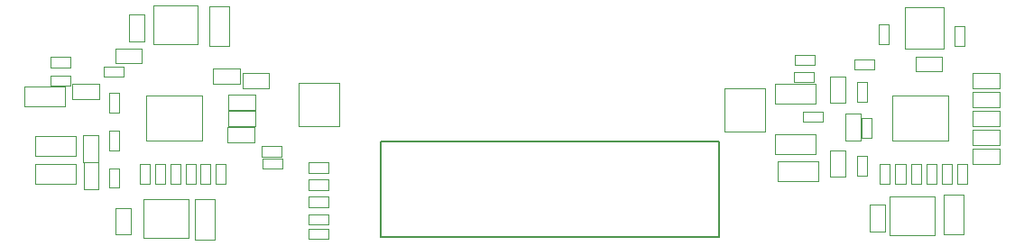
<source format=gbr>
G04 #@! TF.GenerationSoftware,KiCad,Pcbnew,5.0.2+dfsg1-1~bpo9+1*
G04 #@! TF.CreationDate,2019-10-09T09:51:36+02:00*
G04 #@! TF.ProjectId,OV9281-Dual-Camera-Board-Rev.1.1,4f563932-3831-42d4-9475-616c2d43616d,rev?*
G04 #@! TF.SameCoordinates,Original*
G04 #@! TF.FileFunction,Other,User*
%FSLAX46Y46*%
G04 Gerber Fmt 4.6, Leading zero omitted, Abs format (unit mm)*
G04 Created by KiCad (PCBNEW 5.0.2+dfsg1-1~bpo9+1) date Wed 09 Oct 2019 09:51:36 AM CEST*
%MOMM*%
%LPD*%
G01*
G04 APERTURE LIST*
%ADD10C,0.150000*%
%ADD11C,0.050000*%
G04 APERTURE END LIST*
D10*
G04 #@! TO.C,J3*
X165850000Y-114700000D02*
X134150000Y-114700000D01*
X165850000Y-123700000D02*
X165850000Y-114700000D01*
X134150000Y-123700000D02*
X165850000Y-123700000D01*
X134150000Y-114700000D02*
X134150000Y-123700000D01*
D11*
G04 #@! TO.C,R12*
X175630000Y-111940000D02*
X175630000Y-112880000D01*
X175630000Y-112880000D02*
X173770000Y-112880000D01*
X173770000Y-112880000D02*
X173770000Y-111940000D01*
X173770000Y-111940000D02*
X175630000Y-111940000D01*
G04 #@! TO.C,R22*
X124860000Y-116130000D02*
X123000000Y-116130000D01*
X124860000Y-115190000D02*
X124860000Y-116130000D01*
X123000000Y-115190000D02*
X124860000Y-115190000D01*
X123000000Y-116130000D02*
X123000000Y-115190000D01*
G04 #@! TO.C,R6*
X124870000Y-116330000D02*
X124870000Y-117270000D01*
X124870000Y-117270000D02*
X123010000Y-117270000D01*
X123010000Y-117270000D02*
X123010000Y-116330000D01*
X123010000Y-116330000D02*
X124870000Y-116330000D01*
G04 #@! TO.C,IC1*
X111906000Y-123799000D02*
X111906000Y-120149000D01*
X111906000Y-120149000D02*
X116106000Y-120149000D01*
X116106000Y-120149000D02*
X116106000Y-123799000D01*
X116106000Y-123799000D02*
X111906000Y-123799000D01*
G04 #@! TO.C,C3*
X188808000Y-123490000D02*
X186948000Y-123490000D01*
X188808000Y-119690000D02*
X186948000Y-119690000D01*
X186948000Y-123490000D02*
X186948000Y-119690000D01*
X188808000Y-123490000D02*
X188808000Y-119690000D01*
G04 #@! TO.C,C1*
X116726000Y-120174000D02*
X118586000Y-120174000D01*
X116726000Y-123974000D02*
X118586000Y-123974000D01*
X118586000Y-120174000D02*
X118586000Y-123974000D01*
X116726000Y-120174000D02*
X116726000Y-123974000D01*
G04 #@! TO.C,C2*
X118064000Y-101994000D02*
X119924000Y-101994000D01*
X118064000Y-105794000D02*
X119924000Y-105794000D01*
X119924000Y-101994000D02*
X119924000Y-105794000D01*
X118064000Y-101994000D02*
X118064000Y-105794000D01*
G04 #@! TO.C,C6*
X181438000Y-123190000D02*
X180018000Y-123190000D01*
X181438000Y-120830000D02*
X181438000Y-123050000D01*
X180018000Y-120690000D02*
X181438000Y-120690000D01*
X180018000Y-123050000D02*
X180018000Y-120830000D01*
X181438000Y-123050000D02*
X181438000Y-123190000D01*
X180018000Y-123050000D02*
X180018000Y-123190000D01*
X180018000Y-120830000D02*
X180018000Y-120690000D01*
X181438000Y-120830000D02*
X181438000Y-120690000D01*
G04 #@! TO.C,C5*
X111977797Y-105290280D02*
X110557797Y-105290280D01*
X111977797Y-102930280D02*
X111977797Y-105150280D01*
X110557797Y-102790280D02*
X111977797Y-102790280D01*
X110557797Y-105150280D02*
X110557797Y-102930280D01*
X111977797Y-105150280D02*
X111977797Y-105290280D01*
X110557797Y-105150280D02*
X110557797Y-105290280D01*
X110557797Y-102930280D02*
X110557797Y-102790280D01*
X111977797Y-102930280D02*
X111977797Y-102790280D01*
G04 #@! TO.C,C4*
X110666000Y-123474000D02*
X109246000Y-123474000D01*
X110666000Y-121114000D02*
X110666000Y-123334000D01*
X109246000Y-120974000D02*
X110666000Y-120974000D01*
X109246000Y-123334000D02*
X109246000Y-121114000D01*
X110666000Y-123334000D02*
X110666000Y-123474000D01*
X109246000Y-123334000D02*
X109246000Y-123474000D01*
X109246000Y-121114000D02*
X109246000Y-120974000D01*
X110666000Y-121114000D02*
X110666000Y-120974000D01*
G04 #@! TO.C,IC3*
X181928000Y-123515000D02*
X181928000Y-119865000D01*
X181928000Y-119865000D02*
X186128000Y-119865000D01*
X186128000Y-119865000D02*
X186128000Y-123515000D01*
X186128000Y-123515000D02*
X181928000Y-123515000D01*
G04 #@! TO.C,R1*
X129242999Y-117651751D02*
X127382999Y-117651751D01*
X129242999Y-116711751D02*
X129242999Y-117651751D01*
X127382999Y-116711751D02*
X129242999Y-116711751D01*
X127382999Y-117651751D02*
X127382999Y-116711751D01*
G04 #@! TO.C,R2*
X129242999Y-119263501D02*
X127382999Y-119263501D01*
X129242999Y-118323501D02*
X129242999Y-119263501D01*
X127382999Y-118323501D02*
X129242999Y-118323501D01*
X127382999Y-119263501D02*
X127382999Y-118323501D01*
G04 #@! TO.C,R3*
X129242999Y-120875251D02*
X127382999Y-120875251D01*
X129242999Y-119935251D02*
X129242999Y-120875251D01*
X127382999Y-119935251D02*
X129242999Y-119935251D01*
X127382999Y-120875251D02*
X127382999Y-119935251D01*
G04 #@! TO.C,R4*
X129242999Y-122487001D02*
X127382999Y-122487001D01*
X129242999Y-121547001D02*
X129242999Y-122487001D01*
X127382999Y-121547001D02*
X129242999Y-121547001D01*
X127382999Y-122487001D02*
X127382999Y-121547001D01*
G04 #@! TO.C,R5*
X129200000Y-123914000D02*
X127340000Y-123914000D01*
X129200000Y-122974000D02*
X129200000Y-123914000D01*
X127340000Y-122974000D02*
X129200000Y-122974000D01*
X127340000Y-123914000D02*
X127340000Y-122974000D01*
G04 #@! TO.C,Q1*
X183339900Y-102108000D02*
X186989900Y-102108000D01*
X183339900Y-102108000D02*
X183339900Y-106008000D01*
X186989900Y-106008000D02*
X183339900Y-106008000D01*
X186989900Y-102108000D02*
X186989900Y-106008000D01*
G04 #@! TO.C,U4*
X170202500Y-113836000D02*
X170202500Y-109736000D01*
X170202500Y-109736000D02*
X166402500Y-109736000D01*
X166402500Y-109736000D02*
X166402500Y-113836000D01*
X166402500Y-113836000D02*
X170202500Y-113836000D01*
G04 #@! TO.C,U3*
X130260000Y-109200000D02*
X126460000Y-109200000D01*
X130260000Y-113300000D02*
X130260000Y-109200000D01*
X126460000Y-113300000D02*
X130260000Y-113300000D01*
X126460000Y-109200000D02*
X126460000Y-113300000D01*
G04 #@! TO.C,L2*
X171150000Y-111180000D02*
X174950000Y-111180000D01*
X171150000Y-109320000D02*
X174950000Y-109320000D01*
X174950000Y-111180000D02*
X174950000Y-109320000D01*
X171150000Y-111180000D02*
X171150000Y-109320000D01*
G04 #@! TO.C,L1*
X171420000Y-118440000D02*
X171420000Y-116580000D01*
X175220000Y-118440000D02*
X175220000Y-116580000D01*
X171420000Y-116580000D02*
X175220000Y-116580000D01*
X171420000Y-118440000D02*
X175220000Y-118440000D01*
G04 #@! TO.C,L3*
X171125000Y-115880000D02*
X174925000Y-115880000D01*
X171125000Y-114020000D02*
X174925000Y-114020000D01*
X174925000Y-115880000D02*
X174925000Y-114020000D01*
X171125000Y-115880000D02*
X171125000Y-114020000D01*
G04 #@! TO.C,L4*
X101710000Y-118680000D02*
X101710000Y-116820000D01*
X105510000Y-118680000D02*
X105510000Y-116820000D01*
X101710000Y-116820000D02*
X105510000Y-116820000D01*
X101710000Y-118680000D02*
X105510000Y-118680000D01*
G04 #@! TO.C,L5*
X100725000Y-111405000D02*
X104525000Y-111405000D01*
X100725000Y-109545000D02*
X104525000Y-109545000D01*
X104525000Y-111405000D02*
X104525000Y-109545000D01*
X100725000Y-111405000D02*
X100725000Y-109545000D01*
G04 #@! TO.C,L6*
X101710000Y-116060000D02*
X101710000Y-114200000D01*
X105510000Y-116060000D02*
X105510000Y-114200000D01*
X101710000Y-114200000D02*
X105510000Y-114200000D01*
X101710000Y-116060000D02*
X105510000Y-116060000D01*
G04 #@! TO.C,C25*
X123510000Y-109730000D02*
X123650000Y-109730000D01*
X123510000Y-108310000D02*
X123650000Y-108310000D01*
X121290000Y-108310000D02*
X121150000Y-108310000D01*
X121290000Y-109730000D02*
X121150000Y-109730000D01*
X121290000Y-108310000D02*
X123510000Y-108310000D01*
X123650000Y-108310000D02*
X123650000Y-109730000D01*
X123510000Y-109730000D02*
X121290000Y-109730000D01*
X121150000Y-109730000D02*
X121150000Y-108310000D01*
G04 #@! TO.C,C35*
X118400000Y-109270000D02*
X118400000Y-107850000D01*
X120760000Y-109270000D02*
X118540000Y-109270000D01*
X120900000Y-107850000D02*
X120900000Y-109270000D01*
X118540000Y-107850000D02*
X120760000Y-107850000D01*
X118540000Y-109270000D02*
X118400000Y-109270000D01*
X118540000Y-107850000D02*
X118400000Y-107850000D01*
X120760000Y-107850000D02*
X120900000Y-107850000D01*
X120760000Y-109270000D02*
X120900000Y-109270000D01*
G04 #@! TO.C,C33*
X186820000Y-106732000D02*
X186820000Y-108152000D01*
X184460000Y-106732000D02*
X186680000Y-106732000D01*
X184320000Y-108152000D02*
X184320000Y-106732000D01*
X186680000Y-108152000D02*
X184460000Y-108152000D01*
X186680000Y-106732000D02*
X186820000Y-106732000D01*
X186680000Y-108152000D02*
X186820000Y-108152000D01*
X184460000Y-108152000D02*
X184320000Y-108152000D01*
X184460000Y-106732000D02*
X184320000Y-106732000D01*
G04 #@! TO.C,C24*
X122210000Y-113260000D02*
X122350000Y-113260000D01*
X122210000Y-111840000D02*
X122350000Y-111840000D01*
X119990000Y-111840000D02*
X119850000Y-111840000D01*
X119990000Y-113260000D02*
X119850000Y-113260000D01*
X119990000Y-111840000D02*
X122210000Y-111840000D01*
X122350000Y-111840000D02*
X122350000Y-113260000D01*
X122210000Y-113260000D02*
X119990000Y-113260000D01*
X119850000Y-113260000D02*
X119850000Y-111840000D01*
G04 #@! TO.C,C27*
X107680000Y-119190000D02*
X106260000Y-119190000D01*
X107680000Y-116830000D02*
X107680000Y-119050000D01*
X106260000Y-116690000D02*
X107680000Y-116690000D01*
X106260000Y-119050000D02*
X106260000Y-116830000D01*
X107680000Y-119050000D02*
X107680000Y-119190000D01*
X106260000Y-119050000D02*
X106260000Y-119190000D01*
X106260000Y-116830000D02*
X106260000Y-116690000D01*
X107680000Y-116830000D02*
X107680000Y-116690000D01*
G04 #@! TO.C,C28*
X107585000Y-110735000D02*
X107725000Y-110735000D01*
X107585000Y-109315000D02*
X107725000Y-109315000D01*
X105365000Y-109315000D02*
X105225000Y-109315000D01*
X105365000Y-110735000D02*
X105225000Y-110735000D01*
X105365000Y-109315000D02*
X107585000Y-109315000D01*
X107725000Y-109315000D02*
X107725000Y-110735000D01*
X107585000Y-110735000D02*
X105365000Y-110735000D01*
X105225000Y-110735000D02*
X105225000Y-109315000D01*
G04 #@! TO.C,C36*
X107660000Y-116650000D02*
X106240000Y-116650000D01*
X107660000Y-114290000D02*
X107660000Y-116510000D01*
X106240000Y-114150000D02*
X107660000Y-114150000D01*
X106240000Y-116510000D02*
X106240000Y-114290000D01*
X107660000Y-116510000D02*
X107660000Y-116650000D01*
X106240000Y-116510000D02*
X106240000Y-116650000D01*
X106240000Y-114290000D02*
X106240000Y-114150000D01*
X107660000Y-114290000D02*
X107660000Y-114150000D01*
G04 #@! TO.C,C38*
X122210000Y-111785000D02*
X122350000Y-111785000D01*
X122210000Y-110365000D02*
X122350000Y-110365000D01*
X119990000Y-110365000D02*
X119850000Y-110365000D01*
X119990000Y-111785000D02*
X119850000Y-111785000D01*
X119990000Y-110365000D02*
X122210000Y-110365000D01*
X122350000Y-110365000D02*
X122350000Y-111785000D01*
X122210000Y-111785000D02*
X119990000Y-111785000D01*
X119850000Y-111785000D02*
X119850000Y-110365000D01*
G04 #@! TO.C,C12*
X177730000Y-118069738D02*
X176310000Y-118069738D01*
X177730000Y-115709738D02*
X177730000Y-117929738D01*
X176310000Y-115569738D02*
X177730000Y-115569738D01*
X176310000Y-117929738D02*
X176310000Y-115709738D01*
X177730000Y-117929738D02*
X177730000Y-118069738D01*
X176310000Y-117929738D02*
X176310000Y-118069738D01*
X176310000Y-115709738D02*
X176310000Y-115569738D01*
X177730000Y-115709738D02*
X177730000Y-115569738D01*
G04 #@! TO.C,C7*
X192075000Y-115084281D02*
X192215000Y-115084281D01*
X192075000Y-113664281D02*
X192215000Y-113664281D01*
X189855000Y-113664281D02*
X189715000Y-113664281D01*
X189855000Y-115084281D02*
X189715000Y-115084281D01*
X189855000Y-113664281D02*
X192075000Y-113664281D01*
X192215000Y-113664281D02*
X192215000Y-115084281D01*
X192075000Y-115084281D02*
X189855000Y-115084281D01*
X189715000Y-115084281D02*
X189715000Y-113664281D01*
G04 #@! TO.C,C10*
X189715000Y-109755000D02*
X189715000Y-108335000D01*
X192075000Y-109755000D02*
X189855000Y-109755000D01*
X192215000Y-108335000D02*
X192215000Y-109755000D01*
X189855000Y-108335000D02*
X192075000Y-108335000D01*
X189855000Y-109755000D02*
X189715000Y-109755000D01*
X189855000Y-108335000D02*
X189715000Y-108335000D01*
X192075000Y-108335000D02*
X192215000Y-108335000D01*
X192075000Y-109755000D02*
X192215000Y-109755000D01*
G04 #@! TO.C,C13*
X177730000Y-108750000D02*
X177730000Y-108610000D01*
X176310000Y-108750000D02*
X176310000Y-108610000D01*
X176310000Y-110970000D02*
X176310000Y-111110000D01*
X177730000Y-110970000D02*
X177730000Y-111110000D01*
X176310000Y-110970000D02*
X176310000Y-108750000D01*
X176310000Y-108610000D02*
X177730000Y-108610000D01*
X177730000Y-108750000D02*
X177730000Y-110970000D01*
X177730000Y-111110000D02*
X176310000Y-111110000D01*
G04 #@! TO.C,C22*
X119775000Y-114835000D02*
X119775000Y-113415000D01*
X122135000Y-114835000D02*
X119915000Y-114835000D01*
X122275000Y-113415000D02*
X122275000Y-114835000D01*
X119915000Y-113415000D02*
X122135000Y-113415000D01*
X119915000Y-114835000D02*
X119775000Y-114835000D01*
X119915000Y-113415000D02*
X119775000Y-113415000D01*
X122135000Y-113415000D02*
X122275000Y-113415000D01*
X122135000Y-114835000D02*
X122275000Y-114835000D01*
G04 #@! TO.C,C18*
X179160000Y-112265000D02*
X179160000Y-112125000D01*
X177740000Y-112265000D02*
X177740000Y-112125000D01*
X177740000Y-114485000D02*
X177740000Y-114625000D01*
X179160000Y-114485000D02*
X179160000Y-114625000D01*
X177740000Y-114485000D02*
X177740000Y-112265000D01*
X177740000Y-112125000D02*
X179160000Y-112125000D01*
X179160000Y-112265000D02*
X179160000Y-114485000D01*
X179160000Y-114625000D02*
X177740000Y-114625000D01*
G04 #@! TO.C,C19*
X189715000Y-116860710D02*
X189715000Y-115440710D01*
X192075000Y-116860710D02*
X189855000Y-116860710D01*
X192215000Y-115440710D02*
X192215000Y-116860710D01*
X189855000Y-115440710D02*
X192075000Y-115440710D01*
X189855000Y-116860710D02*
X189715000Y-116860710D01*
X189855000Y-115440710D02*
X189715000Y-115440710D01*
X192075000Y-115440710D02*
X192215000Y-115440710D01*
X192075000Y-116860710D02*
X192215000Y-116860710D01*
G04 #@! TO.C,C21*
X192045000Y-111531427D02*
X192185000Y-111531427D01*
X192045000Y-110111427D02*
X192185000Y-110111427D01*
X189825000Y-110111427D02*
X189685000Y-110111427D01*
X189825000Y-111531427D02*
X189685000Y-111531427D01*
X189825000Y-110111427D02*
X192045000Y-110111427D01*
X192185000Y-110111427D02*
X192185000Y-111531427D01*
X192045000Y-111531427D02*
X189825000Y-111531427D01*
X189685000Y-111531427D02*
X189685000Y-110111427D01*
G04 #@! TO.C,C8*
X189695000Y-113307854D02*
X189695000Y-111887854D01*
X192055000Y-113307854D02*
X189835000Y-113307854D01*
X192195000Y-111887854D02*
X192195000Y-113307854D01*
X189835000Y-111887854D02*
X192055000Y-111887854D01*
X189835000Y-113307854D02*
X189695000Y-113307854D01*
X189835000Y-111887854D02*
X189695000Y-111887854D01*
X192055000Y-111887854D02*
X192195000Y-111887854D01*
X192055000Y-113307854D02*
X192195000Y-113307854D01*
G04 #@! TO.C,R7*
X174819000Y-108214000D02*
X174819000Y-109154000D01*
X174819000Y-109154000D02*
X172959000Y-109154000D01*
X172959000Y-109154000D02*
X172959000Y-108214000D01*
X172959000Y-108214000D02*
X174819000Y-108214000D01*
G04 #@! TO.C,R20*
X178622500Y-107956000D02*
X178622500Y-107016000D01*
X178622500Y-107016000D02*
X180482500Y-107016000D01*
X180482500Y-107016000D02*
X180482500Y-107956000D01*
X180482500Y-107956000D02*
X178622500Y-107956000D01*
G04 #@! TO.C,R19*
X188016000Y-105788000D02*
X188016000Y-103928000D01*
X188956000Y-105788000D02*
X188016000Y-105788000D01*
X188956000Y-103928000D02*
X188956000Y-105788000D01*
X188016000Y-103928000D02*
X188956000Y-103928000D01*
G04 #@! TO.C,R9*
X189192000Y-118714000D02*
X188252000Y-118714000D01*
X188252000Y-118714000D02*
X188252000Y-116854000D01*
X188252000Y-116854000D02*
X189192000Y-116854000D01*
X189192000Y-116854000D02*
X189192000Y-118714000D01*
G04 #@! TO.C,R10*
X183378902Y-116854000D02*
X183378902Y-118714000D01*
X182438902Y-116854000D02*
X183378902Y-116854000D01*
X182438902Y-118714000D02*
X182438902Y-116854000D01*
X183378902Y-118714000D02*
X182438902Y-118714000D01*
G04 #@! TO.C,R11*
X180985628Y-116854000D02*
X181925628Y-116854000D01*
X181925628Y-116854000D02*
X181925628Y-118714000D01*
X181925628Y-118714000D02*
X180985628Y-118714000D01*
X180985628Y-118714000D02*
X180985628Y-116854000D01*
G04 #@! TO.C,R18*
X180886000Y-105578000D02*
X180886000Y-103718000D01*
X181826000Y-105578000D02*
X180886000Y-105578000D01*
X181826000Y-103718000D02*
X181826000Y-105578000D01*
X180886000Y-103718000D02*
X181826000Y-103718000D01*
G04 #@! TO.C,R13*
X119596000Y-118710000D02*
X118656000Y-118710000D01*
X118656000Y-118710000D02*
X118656000Y-116850000D01*
X118656000Y-116850000D02*
X119596000Y-116850000D01*
X119596000Y-116850000D02*
X119596000Y-118710000D01*
G04 #@! TO.C,R15*
X111544000Y-116850000D02*
X112484000Y-116850000D01*
X112484000Y-116850000D02*
X112484000Y-118710000D01*
X112484000Y-118710000D02*
X111544000Y-118710000D01*
X111544000Y-118710000D02*
X111544000Y-116850000D01*
G04 #@! TO.C,R16*
X103192000Y-108562000D02*
X105052000Y-108562000D01*
X103192000Y-109502000D02*
X103192000Y-108562000D01*
X105052000Y-109502000D02*
X103192000Y-109502000D01*
X105052000Y-108562000D02*
X105052000Y-109502000D01*
G04 #@! TO.C,R17*
X103182000Y-107752000D02*
X103182000Y-106812000D01*
X103182000Y-106812000D02*
X105042000Y-106812000D01*
X105042000Y-106812000D02*
X105042000Y-107752000D01*
X105042000Y-107752000D02*
X103182000Y-107752000D01*
G04 #@! TO.C,R8*
X174886150Y-107524000D02*
X173026150Y-107524000D01*
X174886150Y-106584000D02*
X174886150Y-107524000D01*
X173026150Y-106584000D02*
X174886150Y-106584000D01*
X173026150Y-107524000D02*
X173026150Y-106584000D01*
G04 #@! TO.C,C37*
X109620000Y-115570000D02*
X108680000Y-115570000D01*
X108680000Y-115570000D02*
X108680000Y-113710000D01*
X108680000Y-113710000D02*
X109620000Y-113710000D01*
X109620000Y-113710000D02*
X109620000Y-115570000D01*
G04 #@! TO.C,C9*
X183892176Y-118714000D02*
X183892176Y-116854000D01*
X184832176Y-118714000D02*
X183892176Y-118714000D01*
X184832176Y-116854000D02*
X184832176Y-118714000D01*
X183892176Y-116854000D02*
X184832176Y-116854000D01*
G04 #@! TO.C,C32*
X115811200Y-116850000D02*
X116751200Y-116850000D01*
X116751200Y-116850000D02*
X116751200Y-118710000D01*
X116751200Y-118710000D02*
X115811200Y-118710000D01*
X115811200Y-118710000D02*
X115811200Y-116850000D01*
G04 #@! TO.C,C31*
X117233600Y-118710000D02*
X117233600Y-116850000D01*
X118173600Y-118710000D02*
X117233600Y-118710000D01*
X118173600Y-116850000D02*
X118173600Y-118710000D01*
X117233600Y-116850000D02*
X118173600Y-116850000D01*
G04 #@! TO.C,C20*
X180195000Y-114430000D02*
X179255000Y-114430000D01*
X179255000Y-114430000D02*
X179255000Y-112570000D01*
X179255000Y-112570000D02*
X180195000Y-112570000D01*
X180195000Y-112570000D02*
X180195000Y-114430000D01*
G04 #@! TO.C,C30*
X109620000Y-110200000D02*
X109620000Y-112060000D01*
X108680000Y-110200000D02*
X109620000Y-110200000D01*
X108680000Y-112060000D02*
X108680000Y-110200000D01*
X109620000Y-112060000D02*
X108680000Y-112060000D01*
G04 #@! TO.C,C29*
X109620000Y-119090000D02*
X108680000Y-119090000D01*
X108680000Y-119090000D02*
X108680000Y-117230000D01*
X108680000Y-117230000D02*
X109620000Y-117230000D01*
X109620000Y-117230000D02*
X109620000Y-119090000D01*
G04 #@! TO.C,C17*
X185345450Y-118714000D02*
X185345450Y-116854000D01*
X186285450Y-118714000D02*
X185345450Y-118714000D01*
X186285450Y-116854000D02*
X186285450Y-118714000D01*
X185345450Y-116854000D02*
X186285450Y-116854000D01*
G04 #@! TO.C,C23*
X114388800Y-118710000D02*
X114388800Y-116850000D01*
X115328800Y-118710000D02*
X114388800Y-118710000D01*
X115328800Y-116850000D02*
X115328800Y-118710000D01*
X114388800Y-116850000D02*
X115328800Y-116850000D01*
G04 #@! TO.C,C14*
X179763525Y-117969738D02*
X178823525Y-117969738D01*
X178823525Y-117969738D02*
X178823525Y-116109738D01*
X178823525Y-116109738D02*
X179763525Y-116109738D01*
X179763525Y-116109738D02*
X179763525Y-117969738D01*
G04 #@! TO.C,C15*
X179763525Y-109120000D02*
X179763525Y-110980000D01*
X178823525Y-109120000D02*
X179763525Y-109120000D01*
X178823525Y-110980000D02*
X178823525Y-109120000D01*
X179763525Y-110980000D02*
X178823525Y-110980000D01*
G04 #@! TO.C,C34*
X109380000Y-105970000D02*
X109240000Y-105970000D01*
X109380000Y-107390000D02*
X109240000Y-107390000D01*
X111600000Y-107390000D02*
X111740000Y-107390000D01*
X111600000Y-105970000D02*
X111740000Y-105970000D01*
X111600000Y-107390000D02*
X109380000Y-107390000D01*
X109240000Y-107390000D02*
X109240000Y-105970000D01*
X109380000Y-105970000D02*
X111600000Y-105970000D01*
X111740000Y-105970000D02*
X111740000Y-107390000D01*
G04 #@! TO.C,IC2*
X112767797Y-105615280D02*
X112767797Y-101965280D01*
X112767797Y-101965280D02*
X116967797Y-101965280D01*
X116967797Y-101965280D02*
X116967797Y-105615280D01*
X116967797Y-105615280D02*
X112767797Y-105615280D01*
G04 #@! TO.C,C16*
X186798724Y-116854000D02*
X187738724Y-116854000D01*
X187738724Y-116854000D02*
X187738724Y-118714000D01*
X187738724Y-118714000D02*
X186798724Y-118714000D01*
X186798724Y-118714000D02*
X186798724Y-116854000D01*
G04 #@! TO.C,R14*
X113906400Y-116850000D02*
X113906400Y-118710000D01*
X112966400Y-116850000D02*
X113906400Y-116850000D01*
X112966400Y-118710000D02*
X112966400Y-116850000D01*
X113906400Y-118710000D02*
X112966400Y-118710000D01*
G04 #@! TO.C,R21*
X109982500Y-108656000D02*
X108122500Y-108656000D01*
X109982500Y-107716000D02*
X109982500Y-108656000D01*
X108122500Y-107716000D02*
X109982500Y-107716000D01*
X108122500Y-108656000D02*
X108122500Y-107716000D01*
G04 #@! TO.C,Y2*
X117410000Y-110410000D02*
X117410000Y-114660000D01*
X112110000Y-110410000D02*
X117410000Y-110410000D01*
X112110000Y-114660000D02*
X112110000Y-110410000D01*
X117410000Y-114660000D02*
X112110000Y-114660000D01*
G04 #@! TO.C,Y1*
X187422500Y-114636000D02*
X182122500Y-114636000D01*
X182122500Y-114636000D02*
X182122500Y-110386000D01*
X182122500Y-110386000D02*
X187422500Y-110386000D01*
X187422500Y-110386000D02*
X187422500Y-114636000D01*
G04 #@! TD*
M02*

</source>
